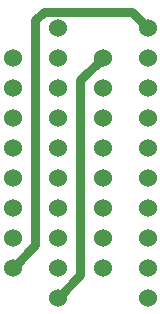
<source format=gbr>
%TF.GenerationSoftware,KiCad,Pcbnew,(6.0.1)*%
%TF.CreationDate,2022-02-13T21:37:46-07:00*%
%TF.ProjectId,GAL_to_bipolar,47414c5f-746f-45f6-9269-706f6c61722e,rev?*%
%TF.SameCoordinates,Original*%
%TF.FileFunction,Copper,L2,Bot*%
%TF.FilePolarity,Positive*%
%FSLAX46Y46*%
G04 Gerber Fmt 4.6, Leading zero omitted, Abs format (unit mm)*
G04 Created by KiCad (PCBNEW (6.0.1)) date 2022-02-13 21:37:46*
%MOMM*%
%LPD*%
G01*
G04 APERTURE LIST*
%TA.AperFunction,ComponentPad*%
%ADD10C,1.524000*%
%TD*%
%TA.AperFunction,Conductor*%
%ADD11C,0.762000*%
%TD*%
G04 APERTURE END LIST*
D10*
%TO.P,J2,1,IO0*%
%TO.N,A4*%
X149860000Y-88900000D03*
%TO.P,J2,2,IO1*%
%TO.N,A3*%
X149860000Y-86360000D03*
%TO.P,J2,3,IO2*%
%TO.N,A2*%
X149860000Y-83820000D03*
%TO.P,J2,4,IO3*%
%TO.N,A1*%
X149860000Y-81280000D03*
%TO.P,J2,5,IO4*%
%TO.N,A0*%
X149860000Y-78740000D03*
%TO.P,J2,6,IO5*%
%TO.N,unconnected-(J2-Pad6)*%
X149860000Y-76200000D03*
%TO.P,J2,7,IO6*%
%TO.N,unconnected-(J2-Pad7)*%
X149860000Y-73660000D03*
%TO.P,J2,8,IO7*%
%TO.N,unconnected-(J2-Pad8)*%
X149860000Y-71120000D03*
%TO.P,J2,9,IO8*%
%TO.N,unconnected-(J2-Pad9)*%
X149860000Y-68580000D03*
%TO.P,J2,10,GND*%
%TO.N,GND*%
X149860000Y-66040000D03*
%TO.P,J2,11,IO9*%
%TO.N,unconnected-(J2-Pad11)*%
X142240000Y-66040000D03*
%TO.P,J2,12,IO10*%
%TO.N,B0*%
X142240000Y-68580000D03*
%TO.P,J2,13,IO11*%
%TO.N,B1*%
X142240000Y-71120000D03*
%TO.P,J2,14,IO12*%
%TO.N,B2*%
X142240000Y-73660000D03*
%TO.P,J2,15,IO13*%
%TO.N,B3*%
X142240000Y-76200000D03*
%TO.P,J2,16,IO14*%
%TO.N,B4*%
X142240000Y-78740000D03*
%TO.P,J2,17,IO15*%
%TO.N,B5*%
X142240000Y-81280000D03*
%TO.P,J2,18,IO16*%
%TO.N,B6*%
X142240000Y-83820000D03*
%TO.P,J2,19,IO17*%
%TO.N,B7*%
X142240000Y-86360000D03*
%TO.P,J2,20,VCC*%
%TO.N,+5V*%
X142240000Y-88900000D03*
%TD*%
%TO.P,J1,16,VCC*%
%TO.N,+5V*%
X146050000Y-68580000D03*
%TO.P,J1,15,E*%
%TO.N,unconnected-(J1-Pad15)*%
X146050000Y-71120000D03*
%TO.P,J1,14,A4*%
%TO.N,A0*%
X146050000Y-73660000D03*
%TO.P,J1,13,A3*%
%TO.N,A1*%
X146050000Y-76200000D03*
%TO.P,J1,12,A2*%
%TO.N,A2*%
X146050000Y-78740000D03*
%TO.P,J1,11,A1*%
%TO.N,A3*%
X146050000Y-81280000D03*
%TO.P,J1,10,A0*%
%TO.N,A4*%
X146050000Y-83820000D03*
%TO.P,J1,9,B7*%
%TO.N,B7*%
X146050000Y-86360000D03*
%TO.P,J1,8,GND*%
%TO.N,GND*%
X138430000Y-86360000D03*
%TO.P,J1,7,B6*%
%TO.N,B6*%
X138430000Y-83820000D03*
%TO.P,J1,6,B5*%
%TO.N,B5*%
X138430000Y-81280000D03*
%TO.P,J1,5,B4*%
%TO.N,B4*%
X138430000Y-78740000D03*
%TO.P,J1,4,B3*%
%TO.N,B3*%
X138430000Y-76200000D03*
%TO.P,J1,3,B2*%
%TO.N,B2*%
X138430000Y-73660000D03*
%TO.P,J1,2,B1*%
%TO.N,B1*%
X138430000Y-71120000D03*
%TO.P,J1,1,B0*%
%TO.N,B0*%
X138430000Y-68580000D03*
%TD*%
D11*
%TO.N,GND*%
X141042511Y-64697489D02*
X148517489Y-64697489D01*
X138430000Y-86360000D02*
X140335000Y-84455000D01*
X148517489Y-64697489D02*
X149860000Y-66040000D01*
X140335000Y-84455000D02*
X140335000Y-65405000D01*
X140335000Y-65405000D02*
X141042511Y-64697489D01*
%TO.N,+5V*%
X144145000Y-70485000D02*
X144145000Y-86995000D01*
X146050000Y-68580000D02*
X144145000Y-70485000D01*
X144145000Y-86995000D02*
X142240000Y-88900000D01*
%TD*%
M02*

</source>
